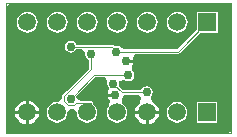
<source format=gbl>
G04 Layer_Physical_Order=2*
G04 Layer_Color=16711680*
%FSLAX44Y44*%
%MOMM*%
G71*
G01*
G75*
%ADD14C,0.1000*%
%ADD15C,0.1016*%
%ADD16C,1.5000*%
%ADD17R,1.5000X1.5000*%
%ADD18C,0.7500*%
G36*
X1050000Y541000D02*
X1050000Y541000D01*
X1046414Y540000D01*
X860000D01*
X860000Y647172D01*
X862828Y650000D01*
X1050000D01*
Y541000D01*
D02*
G37*
%LPC*%
G36*
X1004600Y566356D02*
X1002316Y566055D01*
X1000187Y565173D01*
X998359Y563771D01*
X996957Y561943D01*
X996075Y559814D01*
X995775Y557530D01*
X996075Y555246D01*
X996957Y553117D01*
X998359Y551289D01*
X1000187Y549887D01*
X1002316Y549005D01*
X1004600Y548704D01*
X1006884Y549005D01*
X1009013Y549887D01*
X1010841Y551289D01*
X1012243Y553117D01*
X1013125Y555246D01*
X1013426Y557530D01*
X1013125Y559814D01*
X1012243Y561943D01*
X1010841Y563771D01*
X1009013Y565173D01*
X1006884Y566055D01*
X1004600Y566356D01*
D02*
G37*
G36*
X1038750Y566280D02*
X1021250D01*
Y548780D01*
X1038750D01*
Y566280D01*
D02*
G37*
G36*
X876330Y567489D02*
X874979Y567312D01*
X872537Y566300D01*
X870439Y564691D01*
X868830Y562593D01*
X867818Y560151D01*
X867641Y558800D01*
X876330D01*
Y567489D01*
D02*
G37*
G36*
X989159Y556260D02*
X980470D01*
Y547571D01*
X981821Y547748D01*
X984263Y548760D01*
X986361Y550369D01*
X987970Y552467D01*
X988982Y554909D01*
X989159Y556260D01*
D02*
G37*
G36*
X876330D02*
X867641D01*
X867818Y554909D01*
X868830Y552467D01*
X870439Y550369D01*
X872537Y548760D01*
X874979Y547748D01*
X876330Y547571D01*
Y556260D01*
D02*
G37*
G36*
X887559D02*
X878870D01*
Y547571D01*
X880221Y547748D01*
X882663Y548760D01*
X884761Y550369D01*
X886370Y552467D01*
X887382Y554909D01*
X887559Y556260D01*
D02*
G37*
G36*
X977930D02*
X969241D01*
X969418Y554909D01*
X970430Y552467D01*
X972039Y550369D01*
X974137Y548760D01*
X976579Y547748D01*
X977930Y547571D01*
Y556260D01*
D02*
G37*
G36*
X954060Y642555D02*
X951776Y642255D01*
X949647Y641373D01*
X947819Y639971D01*
X946417Y638143D01*
X945535Y636014D01*
X945235Y633730D01*
X945535Y631446D01*
X946417Y629317D01*
X947819Y627489D01*
X949647Y626087D01*
X951776Y625205D01*
X954060Y624905D01*
X956344Y625205D01*
X958473Y626087D01*
X960301Y627489D01*
X961703Y629317D01*
X962585Y631446D01*
X962886Y633730D01*
X962585Y636014D01*
X961703Y638143D01*
X960301Y639971D01*
X958473Y641373D01*
X956344Y642255D01*
X954060Y642555D01*
D02*
G37*
G36*
X928660D02*
X926376Y642255D01*
X924247Y641373D01*
X922419Y639971D01*
X921017Y638143D01*
X920135Y636014D01*
X919835Y633730D01*
X920135Y631446D01*
X921017Y629317D01*
X922419Y627489D01*
X924247Y626087D01*
X926376Y625205D01*
X928660Y624905D01*
X930944Y625205D01*
X933073Y626087D01*
X934901Y627489D01*
X936303Y629317D01*
X937185Y631446D01*
X937486Y633730D01*
X937185Y636014D01*
X936303Y638143D01*
X934901Y639971D01*
X933073Y641373D01*
X930944Y642255D01*
X928660Y642555D01*
D02*
G37*
G36*
X1004860D02*
X1002576Y642255D01*
X1000447Y641373D01*
X998619Y639971D01*
X997217Y638143D01*
X996335Y636014D01*
X996034Y633730D01*
X996335Y631446D01*
X997217Y629317D01*
X998619Y627489D01*
X1000447Y626087D01*
X1002576Y625205D01*
X1004860Y624905D01*
X1007144Y625205D01*
X1009273Y626087D01*
X1011101Y627489D01*
X1012503Y629317D01*
X1013385Y631446D01*
X1013686Y633730D01*
X1013385Y636014D01*
X1012503Y638143D01*
X1011101Y639971D01*
X1009273Y641373D01*
X1007144Y642255D01*
X1004860Y642555D01*
D02*
G37*
G36*
X979460D02*
X977176Y642255D01*
X975047Y641373D01*
X973219Y639971D01*
X971817Y638143D01*
X970935Y636014D01*
X970635Y633730D01*
X970935Y631446D01*
X971817Y629317D01*
X973219Y627489D01*
X975047Y626087D01*
X977176Y625205D01*
X979460Y624905D01*
X981744Y625205D01*
X983873Y626087D01*
X985701Y627489D01*
X987103Y629317D01*
X987985Y631446D01*
X988286Y633730D01*
X987985Y636014D01*
X987103Y638143D01*
X985701Y639971D01*
X983873Y641373D01*
X981744Y642255D01*
X979460Y642555D01*
D02*
G37*
G36*
X1039010Y642480D02*
X1021510D01*
Y627935D01*
X1021510Y627503D01*
X1004811Y610804D01*
X1003032D01*
X968627Y610804D01*
X963823Y610804D01*
X960851D01*
D01*
X957353Y612015D01*
X956945Y612625D01*
X955291Y613730D01*
X953385Y614109D01*
X949816Y614876D01*
X949813Y614879D01*
X949712Y614899D01*
X949130Y615014D01*
X947616Y615014D01*
X938719D01*
X934669Y615014D01*
X930984Y615014D01*
X930984Y615014D01*
X925311Y615014D01*
X919437D01*
X919392Y615171D01*
X919390Y615181D01*
Y615181D01*
X919259Y615378D01*
X918285Y616835D01*
X916631Y617940D01*
X914680Y618328D01*
X912729Y617940D01*
X911075Y616835D01*
X909970Y615181D01*
X909582Y613230D01*
X909970Y611279D01*
X911075Y609625D01*
X912729Y608520D01*
X914680Y608132D01*
X916631Y608520D01*
X918285Y609625D01*
X919258Y611082D01*
X919390Y611279D01*
Y611279D01*
X919392Y611289D01*
X919437Y611446D01*
X924270D01*
X925055Y610743D01*
X927020Y607446D01*
X926892Y606800D01*
X927280Y604849D01*
X928385Y603195D01*
X929843Y602221D01*
X930039Y602090D01*
X930039D01*
X930049Y602088D01*
X930206Y602043D01*
X930206Y595037D01*
X929778Y594610D01*
X911224Y576056D01*
X911224Y576056D01*
Y576056D01*
X907918Y572750D01*
X907532Y572171D01*
X907396Y571488D01*
Y569510D01*
X906931Y568749D01*
X903756Y566332D01*
X903500Y566290D01*
X903000Y566356D01*
X900716Y566055D01*
X898587Y565173D01*
X896759Y563771D01*
X895357Y561943D01*
X894475Y559814D01*
X894174Y557530D01*
X894475Y555246D01*
X895357Y553117D01*
X896759Y551289D01*
X898587Y549887D01*
X900716Y549005D01*
X903000Y548704D01*
X905284Y549005D01*
X907413Y549887D01*
X909241Y551289D01*
X910643Y553117D01*
X911525Y555246D01*
X911825Y557530D01*
X911823Y557550D01*
X914424Y560806D01*
X916710Y560870D01*
X919585Y557611D01*
X919575Y557530D01*
X919875Y555246D01*
X920757Y553117D01*
X922159Y551289D01*
X923987Y549887D01*
X926116Y549005D01*
X928400Y548704D01*
X930684Y549005D01*
X932813Y549887D01*
X934641Y551289D01*
X936043Y553117D01*
X936925Y555246D01*
X937225Y557530D01*
X936925Y559814D01*
X936043Y561943D01*
X934641Y563771D01*
X933774Y564435D01*
Y565254D01*
X933639Y565937D01*
X933252Y566515D01*
X932975Y566792D01*
X932396Y567178D01*
X931714Y567314D01*
X923182D01*
X923182Y567314D01*
X923182Y567314D01*
X919904Y569057D01*
X919778Y569210D01*
X919436Y570929D01*
X919390Y571161D01*
X919390Y571161D01*
X919296Y571302D01*
X932487Y584494D01*
X935385Y587156D01*
X935385D01*
D01*
X943351D01*
X945443Y584137D01*
X945708Y583156D01*
X945412Y581670D01*
X945800Y579719D01*
X946905Y578065D01*
X946075Y574454D01*
X945839Y573270D01*
X952000D01*
Y570730D01*
X945839D01*
X946075Y569546D01*
X947465Y567465D01*
X946961Y562991D01*
X946157Y561943D01*
X945275Y559814D01*
X944975Y557530D01*
X945275Y555246D01*
X946157Y553117D01*
X947559Y551289D01*
X949387Y549887D01*
X951516Y549005D01*
X953800Y548704D01*
X956084Y549005D01*
X958213Y549887D01*
X960041Y551289D01*
X961443Y553117D01*
X962325Y555246D01*
X962626Y557530D01*
X962325Y559814D01*
X961443Y561943D01*
X960041Y563771D01*
X959029Y564547D01*
X958189Y565529D01*
X957960Y569013D01*
X960090Y572184D01*
X960379Y572616D01*
X972147D01*
X974045Y570173D01*
X974052Y569888D01*
X973307Y565663D01*
X972039Y564691D01*
X970430Y562593D01*
X969418Y560151D01*
X969241Y558800D01*
X989159D01*
X988982Y560151D01*
X987970Y562593D01*
X986361Y564691D01*
X984263Y566300D01*
X983475Y566626D01*
X982629Y570301D01*
X982651Y570863D01*
X982700Y571072D01*
X983620Y572449D01*
X984008Y574400D01*
X983620Y576351D01*
X982515Y578005D01*
X980861Y579110D01*
X978910Y579498D01*
X976959Y579110D01*
X975305Y578005D01*
X974332Y576548D01*
X974200Y576351D01*
Y576351D01*
X974198Y576341D01*
X974167Y576184D01*
X973348D01*
Y576184D01*
X959072D01*
Y576184D01*
X958519D01*
X958331Y576372D01*
X955126Y579578D01*
X955220Y579719D01*
X955608Y581670D01*
X955312Y583156D01*
X955577Y584137D01*
X955668Y584267D01*
X959765Y585335D01*
X961419Y584230D01*
X963370Y583842D01*
X965321Y584230D01*
X966975Y585335D01*
X968080Y586989D01*
X968468Y588940D01*
X968080Y590891D01*
X966975Y592545D01*
X966921Y592581D01*
X966531Y593675D01*
X966106Y597000D01*
X966221Y597493D01*
X966925Y598546D01*
X967161Y599730D01*
X961000D01*
Y602270D01*
X967161D01*
X966969Y603236D01*
X966961Y603513D01*
X968949Y606804D01*
X969209Y607236D01*
X1003913D01*
X1005550Y607236D01*
X1006131Y607351D01*
D01*
X1006233Y607371D01*
X1006318Y607429D01*
X1006319Y607429D01*
X1006319Y607429D01*
X1006319Y607429D01*
X1006812Y607758D01*
X1024033Y624980D01*
X1024465Y624980D01*
X1039010Y624980D01*
Y642480D01*
D02*
G37*
G36*
X878870Y567489D02*
Y558800D01*
X887559D01*
X887382Y560151D01*
X886370Y562593D01*
X884761Y564691D01*
X882663Y566300D01*
X880221Y567312D01*
X878870Y567489D01*
D02*
G37*
G36*
X903260Y642555D02*
X900976Y642255D01*
X898847Y641373D01*
X897019Y639971D01*
X895617Y638143D01*
X894735Y636014D01*
X894435Y633730D01*
X894735Y631446D01*
X895617Y629317D01*
X897019Y627489D01*
X898847Y626087D01*
X900976Y625205D01*
X903260Y624905D01*
X905544Y625205D01*
X907673Y626087D01*
X909501Y627489D01*
X910903Y629317D01*
X911785Y631446D01*
X912085Y633730D01*
X911785Y636014D01*
X910903Y638143D01*
X909501Y639971D01*
X907673Y641373D01*
X905544Y642255D01*
X903260Y642555D01*
D02*
G37*
G36*
X877860D02*
X875576Y642255D01*
X873447Y641373D01*
X871619Y639971D01*
X870217Y638143D01*
X869335Y636014D01*
X869035Y633730D01*
X869335Y631446D01*
X870217Y629317D01*
X871619Y627489D01*
X873447Y626087D01*
X875576Y625205D01*
X877860Y624905D01*
X880144Y625205D01*
X882273Y626087D01*
X884101Y627489D01*
X885503Y629317D01*
X886385Y631446D01*
X886685Y633730D01*
X886385Y636014D01*
X885503Y638143D01*
X884101Y639971D01*
X882273Y641373D01*
X880144Y642255D01*
X877860Y642555D01*
D02*
G37*
%LPD*%
D14*
X1005550Y609020D02*
X1030260Y633730D01*
X953340Y609020D02*
X1005550D01*
X914680Y569210D02*
X934410Y588940D01*
X963370D01*
X916958Y563710D02*
X918778Y565530D01*
X931714D01*
X931990Y565254D01*
Y561120D02*
Y565254D01*
X909180Y571488D02*
X931990Y594298D01*
Y606800D01*
X909180Y566932D02*
Y571488D01*
Y566932D02*
X912402Y563710D01*
X916958D01*
X928400Y557530D02*
X931990Y561120D01*
X949130Y613230D02*
X953340Y609020D01*
X957780Y574400D02*
X978910D01*
X950510Y581670D02*
X957780Y574400D01*
X914680Y613230D02*
X949130D01*
D15*
X860000Y650000D02*
X860000Y540000D01*
X860000Y650000D02*
X1050000D01*
X1050000Y650000D02*
X1050000Y650000D01*
X1050000Y540000D02*
Y650000D01*
X860000Y540000D02*
X1050000D01*
D16*
X877860Y633730D02*
D03*
X903260D02*
D03*
X928660D02*
D03*
X954060D02*
D03*
X1004860D02*
D03*
X979460D02*
D03*
X877600Y557530D02*
D03*
X903000D02*
D03*
X928400D02*
D03*
X953800D02*
D03*
X1004600D02*
D03*
X979200D02*
D03*
D17*
X1030260Y633730D02*
D03*
X1030000Y557530D02*
D03*
D18*
X961000Y601000D02*
D03*
X952000Y572000D02*
D03*
X914680Y569210D02*
D03*
X963370Y588940D02*
D03*
X931990Y606800D02*
D03*
X953340Y609020D02*
D03*
X978910Y574400D02*
D03*
X950510Y581670D02*
D03*
X914680Y613230D02*
D03*
M02*

</source>
